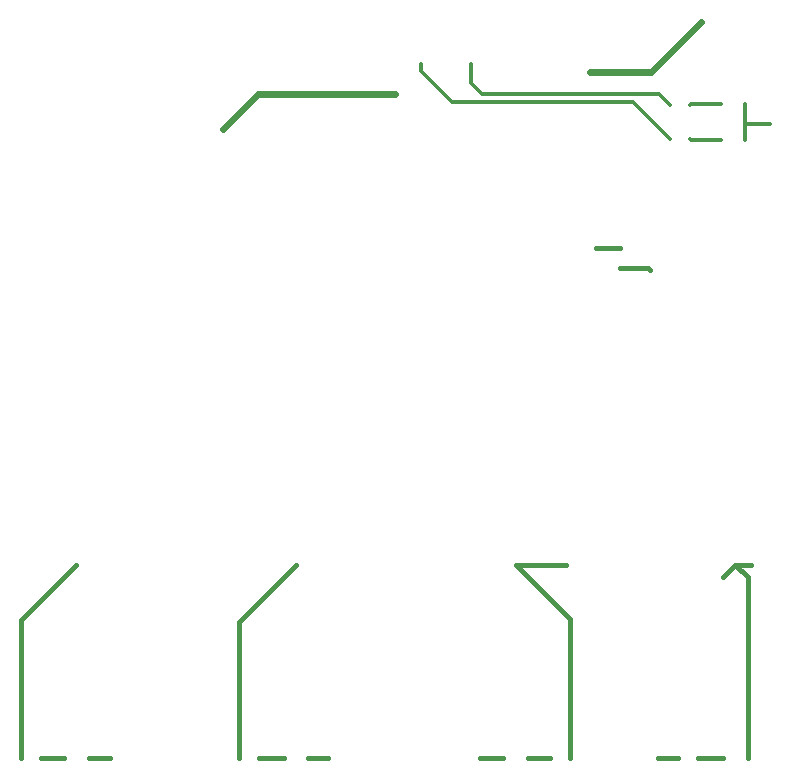
<source format=gbr>
G04 EAGLE Gerber RS-274X export*
G75*
%MOMM*%
%FSLAX34Y34*%
%LPD*%
%INTop Copper*%
%IPPOS*%
%AMOC8*
5,1,8,0,0,1.08239X$1,22.5*%
G01*
%ADD10C,0.304800*%
%ADD11C,0.406400*%
%ADD12C,0.609600*%


D10*
X639200Y539200D02*
X639200Y552450D01*
X639200Y569200D01*
X639200Y552450D02*
X660400Y552450D01*
D11*
X533400Y447700D02*
X513200Y447700D01*
X513000Y447500D01*
X434200Y15700D02*
X414800Y15700D01*
X269375Y15875D02*
X269200Y15700D01*
X285750Y15700D01*
X101600Y15700D02*
X83200Y15700D01*
X565150Y15700D02*
X582475Y15700D01*
D10*
X364700Y597100D02*
X364700Y602900D01*
X364700Y597100D02*
X390400Y571400D01*
X544050Y571400D01*
X575700Y539750D01*
X406700Y586850D02*
X406700Y602900D01*
X406700Y586850D02*
X415800Y577750D01*
X566275Y577750D01*
X575700Y568325D01*
D11*
X26100Y132600D02*
X26100Y15700D01*
X26100Y132600D02*
X72700Y179200D01*
X210200Y130700D02*
X210200Y15700D01*
X210200Y130700D02*
X258700Y179200D01*
X444700Y179200D02*
X487600Y179200D01*
X490900Y133000D02*
X490900Y15700D01*
X490900Y133000D02*
X444700Y179200D01*
X630700Y179200D02*
X644000Y179200D01*
X630700Y179200D02*
X620200Y168700D01*
X641200Y168700D02*
X641200Y15700D01*
X641200Y168700D02*
X630700Y179200D01*
X62200Y15700D02*
X43100Y15700D01*
X227200Y15700D02*
X248200Y15700D01*
X455200Y15700D02*
X473900Y15700D01*
X599475Y15700D02*
X620200Y15700D01*
X556800Y430700D02*
X533400Y430700D01*
X556800Y430700D02*
X558800Y428700D01*
D10*
X593250Y539200D02*
X618200Y539200D01*
X593250Y539200D02*
X592700Y539750D01*
D12*
X559400Y596900D02*
X508000Y596900D01*
X559400Y596900D02*
X601700Y639200D01*
X342900Y577850D02*
X226650Y577850D01*
X196700Y547900D01*
D10*
X593575Y569200D02*
X618200Y569200D01*
X593575Y569200D02*
X592700Y568325D01*
M02*

</source>
